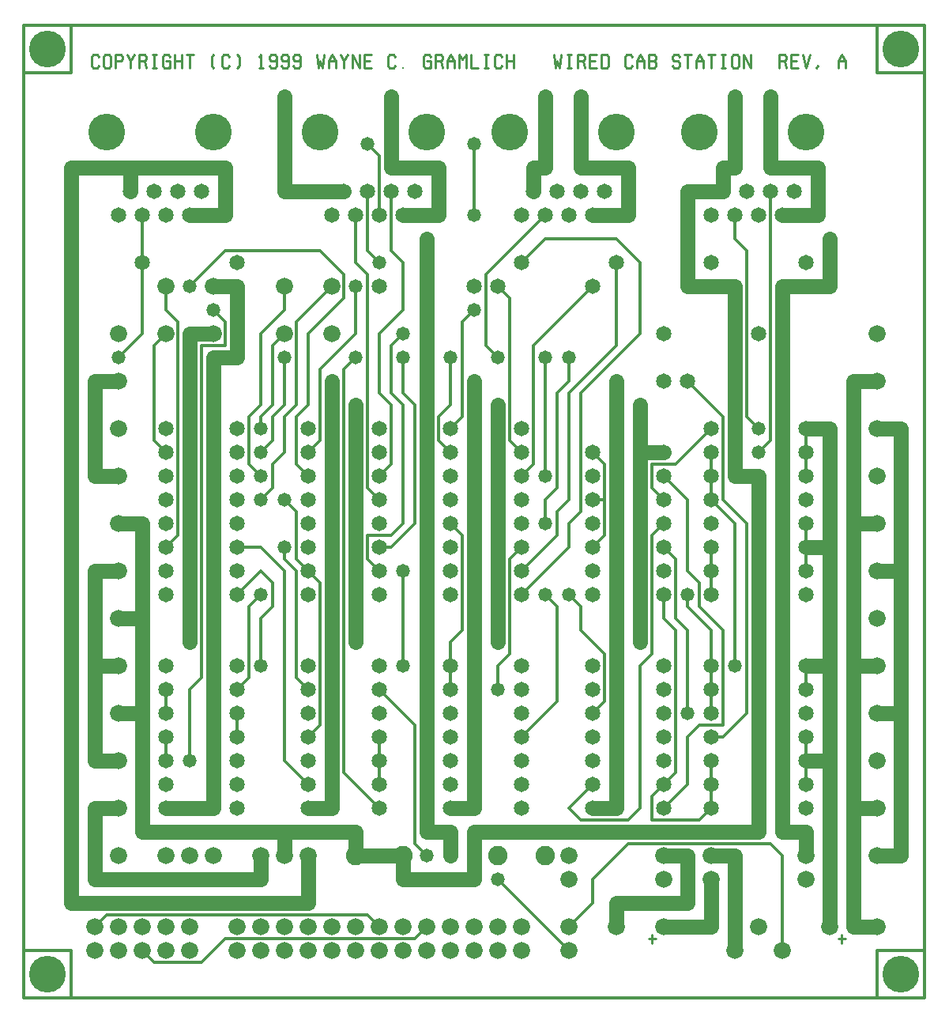
<source format=gtl>
%MOIN*%
%FSLAX25Y25*%
G04 D10 used for Character Trace; *
G04     Circle (OD=.01000) (No hole)*
G04 D11 used for Power Trace; *
G04     Circle (OD=.06400) (No hole)*
G04 D12 used for Signal Trace; *
G04     Circle (OD=.01200) (No hole)*
G04 D13 used for Via; *
G04     Circle (OD=.05800) (Round. Hole ID=.02000)*
G04 D14 used for Component hole; *
G04     Circle (OD=.06500) (Round. Hole ID=.02700)*
G04 D15 used for Component hole; *
G04     Circle (OD=.07200) (Round. Hole ID=.03400)*
G04 D16 used for Component hole; *
G04     Circle (OD=.08200) (Round. Hole ID=.04400)*
G04 D17 used for Component hole; *
G04     Circle (OD=.08950) (Round. Hole ID=.05150)*
G04 D18 used for Component hole; *
G04     Circle (OD=.11600) (Round. Hole ID=.07800)*
G04 D19 used for Component hole; *
G04     Circle (OD=.15500) (Round. Hole ID=.11700)*
G04 D20 used for Component hole; *
G04     Circle (OD=.18200) (Round. Hole ID=.14400)*
G04 D21 used for Component hole; *
G04     Circle (OD=.24300) (Round. Hole ID=.20500)*
%ADD10C,.01000*%
%ADD11C,.06400*%
%ADD12C,.01200*%
%ADD13C,.05800*%
%ADD14C,.06500*%
%ADD15C,.07200*%
%ADD16C,.08200*%
%ADD17C,.08950*%
%ADD18C,.11600*%
%ADD19C,.15500*%
%ADD20C,.18200*%
%ADD21C,.24300*%
%IPPOS*%
%LPD*%
G90*X0Y0D02*D19*X10000Y10000D03*D12*X20000Y0D02*  
Y20000D01*X0Y0D02*X20000D01*X0D02*Y20000D01*      
X20000D01*D15*X30000Y30000D03*D12*X35000Y35000D01*
X145000D01*X150000Y30000D01*D15*D03*              
X160000Y20000D03*X140000D03*X160000Y30000D03*     
X140000D03*X150000Y20000D03*D12*X85000Y25000D02*  
X165000D01*X75000Y15000D02*X85000Y25000D01*       
X55000Y15000D02*X75000D01*X55000D02*              
X50000Y20000D01*D15*D03*X60000Y30000D03*X40000D03*
X60000Y20000D03*X50000Y30000D03*X40000Y20000D03*  
X70000D03*X30000D03*X70000Y30000D03*D11*          
X20000Y40000D02*X120000D01*Y60000D01*D15*D03*D11* 
X110000D02*Y70000D01*D15*Y60000D03*D11*           
X30000Y50000D02*X100000D01*X30000D02*Y80000D01*   
X40000D01*D15*D03*D11*X50000Y70000D02*X110000D01* 
X140000D01*Y60000D01*D16*D03*D11*X160000D01*D16*  
D03*D11*Y50000D01*X190000D01*Y70000D01*X310000D01*
Y220000D01*X300000D01*Y300000D01*X280000D01*      
Y340000D01*X295000D01*D14*D03*D11*Y350000D01*     
X300000D01*Y380000D01*D13*D03*D19*                
X285000Y365000D03*D13*X315000Y380000D03*D11*      
Y350000D01*X335000D01*Y330000D01*X320000D01*D14*  
D03*X325000Y340000D03*X310000Y330000D03*          
X315000Y340000D03*D12*Y235000D01*                 
X310000Y230000D01*D13*D03*Y240000D03*D12*         
X305000Y245000D01*Y315000D01*X300000Y320000D01*   
Y330000D01*D14*D03*X305000Y340000D03*             
X290000Y330000D03*Y310000D03*X330000D03*D11*      
X320000Y70000D02*Y300000D01*Y70000D02*X330000D01* 
Y60000D01*D15*D03*D12*X320000Y20000D02*Y60000D01* 
D15*Y20000D03*X310000Y30000D03*X300000Y20000D03*  
D11*Y60000D01*X290000D01*D15*D03*D11*             
X280000Y40000D02*Y60000D01*X250000Y40000D02*      
X280000D01*X250000Y30000D02*Y40000D01*D15*        
Y30000D03*D12*X230000D02*X240000Y40000D01*D15*    
X230000Y30000D03*D12*X240000Y40000D02*Y50000D01*  
X255000Y65000D01*X315000D01*X320000Y60000D01*D15* 
X330000Y50000D03*D14*Y80000D03*D11*               
X350000Y30000D02*X360000D01*D15*D03*D11*          
X350000D02*Y80000D01*X360000D01*D15*D03*D11*      
X350000D02*Y140000D01*X360000D01*D15*D03*D11*     
X350000D02*Y160000D01*D13*D03*D11*Y200000D01*     
X360000D01*D15*D03*D11*X350000D02*Y260000D01*     
X360000D01*D15*D03*D11*X340000Y190000D02*         
Y240000D01*Y140000D02*Y190000D01*Y100000D02*      
Y140000D01*Y30000D02*Y100000D01*D15*Y30000D03*D10*
X343400Y25000D02*X346600D01*X345000Y26828D02*     
Y23172D01*D12*X360000Y0D02*Y20000D01*X20000Y0D02* 
X360000D01*X0Y20000D02*Y390000D01*X20000D01*      
Y410000D01*X0D01*Y390000D01*D19*X10000Y400000D03* 
D12*X20000Y410000D02*X360000D01*Y390000D01*       
X380000D01*Y20000D01*Y0D01*X360000D01*D19*        
X370000Y10000D03*D12*X360000Y20000D02*X380000D01* 
D11*X360000Y60000D02*X370000D01*D15*X360000D03*   
D11*X370000D02*Y120000D01*X360000D01*D15*D03*D11* 
X370000D02*Y180000D01*X360000D01*D15*D03*D11*     
X370000D02*Y240000D01*X360000D01*D15*D03*D11*     
X330000D02*X340000D01*D14*X330000D03*D12*         
Y230000D01*D14*D03*D12*Y220000D01*D14*D03*        
Y210000D03*Y200000D03*D12*Y190000D01*D14*D03*D12* 
Y180000D01*D14*D03*D11*Y190000D02*X340000D01*D14* 
X330000Y170000D03*D12*X305000Y120000D02*          
Y200000D01*X295000Y110000D02*X305000Y120000D01*   
X290000Y110000D02*X295000D01*D14*X290000D03*D12*  
X285000Y115000D02*X295000D01*X280000Y110000D02*   
X285000Y115000D01*X280000Y90000D02*Y110000D01*    
X270000Y80000D02*X280000Y90000D01*D14*            
X270000Y80000D03*D12*X265000Y75000D02*Y85000D01*  
Y75000D02*X285000D01*X290000Y80000D01*D14*D03*D12*
Y90000D01*D14*D03*D12*Y100000D01*D14*D03*D12*     
X295000Y115000D02*Y155000D01*X285000Y165000D01*   
Y175000D01*X280000Y180000D01*Y210000D01*          
X270000Y220000D01*D14*D03*D12*X265000Y225000D02*  
X275000D01*X265000Y215000D02*Y225000D01*          
X270000Y210000D02*X265000Y215000D01*D14*          
X270000Y210000D03*Y200000D03*D12*                 
X265000Y195000D01*Y145000D01*X260000Y140000D01*   
Y80000D01*X255000Y75000D01*X235000D01*            
X230000Y80000D01*X240000Y90000D01*D14*D03*D11*    
Y80000D02*X250000D01*D14*X240000D03*D11*          
X250000D02*Y160000D01*D13*D03*D11*Y260000D01*D13* 
D03*X260000Y250000D03*D11*Y230000D01*Y150000D01*  
D13*D03*D14*X270000Y140000D03*D12*                
X275000Y155000D02*X270000Y160000D01*              
X275000Y95000D02*Y155000D01*X270000Y90000D02*     
X275000Y95000D01*D14*X270000Y90000D03*D12*        
X265000Y85000D01*D14*X270000Y100000D03*           
X240000Y110000D03*Y100000D03*X270000Y110000D03*   
D15*Y60000D03*D11*X280000D01*D15*X290000Y50000D03*
D11*Y30000D01*X270000D01*D15*D03*D10*             
X263400Y25000D02*X266600D01*X265000Y26828D02*     
Y23172D01*D15*X270000Y50000D03*X230000Y60000D03*  
Y50000D03*Y20000D03*D12*X200000Y50000D01*D13*D03* 
D16*Y60000D03*D11*X180000D02*Y70000D01*D13*       
Y60000D03*D11*X170000Y70000D02*X180000D01*        
Y80000D02*X190000D01*D14*X180000D03*D11*          
X170000Y70000D02*Y320000D01*D13*D03*D14*          
X160000Y330000D03*D11*X175000D01*Y350000D01*      
X155000D01*Y380000D01*D13*D03*D19*                
X170000Y365000D03*D13*X145000Y360000D03*D12*      
X150000Y355000D01*Y330000D01*D14*D03*             
X155000Y340000D03*D12*Y315000D01*                 
X160000Y310000D01*Y290000D01*X150000Y280000D01*   
Y255000D01*X155000Y250000D01*Y225000D01*          
X150000Y220000D01*D14*D03*D12*Y210000D02*         
X145000Y215000D01*D14*X150000Y210000D03*D12*      
X145000Y215000D02*Y305000D01*X140000Y310000D01*   
Y330000D01*D14*D03*X145000Y340000D03*D12*         
Y315000D01*X150000Y310000D01*D13*D03*             
X140000Y300000D03*D12*Y280000D01*                 
X125000Y265000D01*Y235000D01*X120000Y230000D01*   
D14*D03*D12*Y220000D02*X115000Y225000D01*D14*     
X120000Y220000D03*D12*X115000Y225000D02*          
Y245000D01*X120000Y250000D01*Y280000D01*          
X135000Y295000D01*Y305000D01*X125000Y315000D01*   
X85000D01*X70000Y300000D01*D13*D03*               
X80000Y290000D03*D12*X85000Y285000D01*Y275000D01* 
X75000D01*Y135000D01*X70000Y130000D01*Y100000D01* 
D13*D03*D14*X60000Y110000D03*D12*Y100000D01*D14*  
D03*Y90000D03*D11*Y80000D02*X80000D01*D14*        
X60000D03*D11*X50000Y70000D02*Y120000D01*         
X40000D01*D15*D03*D11*X50000D02*Y160000D01*       
X40000D01*D15*D03*D11*X50000D02*Y200000D01*       
X40000D01*D15*D03*D14*X60000Y180000D03*Y220000D03*
Y190000D03*D12*X65000Y195000D01*Y285000D01*       
X60000Y290000D01*Y300000D01*D15*D03*D14*          
X50000Y310000D03*D12*Y280000D01*X40000Y270000D01* 
D13*D03*D11*X30000Y220000D02*Y260000D01*          
Y220000D02*X40000D01*D15*D03*D12*X60000Y230000D02*
X55000Y235000D01*D14*X60000Y230000D03*D12*        
X55000Y235000D02*Y275000D01*X60000Y280000D01*D15* 
D03*D11*X70000Y250000D02*Y280000D01*D13*          
Y250000D03*D11*Y150000D01*D13*D03*                
X80000Y160000D03*D11*Y80000D01*D14*               
X90000Y90000D03*Y80000D03*D15*X100000Y60000D03*   
D11*Y50000D01*D15*X120000Y30000D03*               
X80000Y60000D03*X90000Y30000D03*X100000D03*       
X110000D03*X130000Y20000D03*D11*X120000Y80000D02* 
X130000D01*D14*X120000D03*D11*X130000D02*         
Y160000D01*D13*D03*D11*Y190000D01*D13*D03*D11*    
Y260000D01*D13*D03*D12*X135000Y95000D02*          
Y265000D01*X150000Y80000D02*X135000Y95000D01*D14* 
X150000Y80000D03*Y90000D03*D12*Y100000D01*D14*D03*
D12*Y110000D01*D14*D03*Y120000D03*D12*            
X165000Y65000D02*Y115000D01*X170000Y60000D02*     
X165000Y65000D01*D13*X170000Y60000D03*D11*        
X190000Y80000D02*Y160000D01*D13*D03*D11*          
Y185000D01*D13*D03*D11*Y260000D01*D13*D03*        
X200000Y250000D03*D11*Y230000D01*D13*D03*D11*     
Y150000D01*D13*D03*D12*Y140000D02*                
X205000Y145000D01*X200000Y130000D02*Y140000D01*   
D13*Y130000D03*D14*X210000Y120000D03*Y140000D03*  
Y130000D03*D12*X205000Y145000D02*Y185000D01*      
X210000Y190000D01*D14*D03*D13*X220000Y200000D03*  
D12*Y210000D01*X225000Y215000D01*Y255000D01*      
X230000Y260000D01*Y270000D01*D13*D03*X220000D03*  
D12*Y220000D01*D13*D03*D12*X210000D02*            
X215000Y225000D01*D14*X210000Y220000D03*D12*      
X215000Y225000D02*Y275000D01*X240000Y300000D01*   
D14*D03*X250000Y310000D03*D12*Y275000D01*         
X230000Y255000D01*Y210000D01*X225000Y205000D01*   
Y195000D01*X210000Y180000D01*D14*D03*D13*         
X220000Y170000D03*D12*X225000Y165000D01*          
Y125000D01*X210000Y110000D01*D14*D03*Y100000D03*  
Y90000D03*X240000Y140000D03*X180000D03*D12*       
Y130000D01*D14*D03*D12*Y140000D02*Y150000D01*     
X185000Y155000D01*Y195000D01*X180000Y200000D01*   
D14*D03*Y210000D03*Y190000D03*D12*X155000D02*     
X165000Y200000D01*X150000Y190000D02*X155000D01*   
D14*X150000D03*D12*X145000Y195000D02*X155000D01*  
X145000Y185000D02*Y195000D01*X150000Y180000D02*   
X145000Y185000D01*D14*X150000Y180000D03*D13*      
X160000D03*D12*Y140000D01*D13*D03*D14*            
X150000Y130000D03*D12*X165000Y115000D01*D14*      
X180000Y100000D03*Y110000D03*Y120000D03*          
X150000Y140000D03*X180000Y90000D03*D13*           
X140000Y150000D03*D11*Y220000D01*D13*D03*D11*     
Y250000D01*D13*D03*D14*X150000Y240000D03*D12*     
X160000Y250000D02*X155000Y255000D01*              
X160000Y200000D02*Y250000D01*X155000Y195000D02*   
X160000Y200000D01*D14*X150000D03*D12*X165000D02*  
Y250000D01*X160000Y255000D01*Y270000D01*D13*D03*  
D12*X155000Y255000D02*Y275000D01*D13*             
X140000Y270000D03*D12*X135000Y265000D01*D15*      
X130000Y280000D03*D12*X115000Y250000D02*          
Y285000D01*X110000Y245000D02*X115000Y250000D01*   
X110000Y230000D02*Y245000D01*X105000Y225000D02*   
X110000Y230000D01*X105000Y215000D02*Y225000D01*   
X100000Y210000D02*X105000Y215000D01*D13*          
X100000Y210000D03*D14*X90000Y220000D03*Y200000D03*
D13*X110000Y210000D03*D12*X115000Y205000D01*      
Y185000D01*X120000Y180000D01*D14*D03*D12*         
X125000Y175000D01*Y115000D01*X120000Y110000D01*   
D14*D03*D12*Y90000D02*X110000Y100000D01*D14*      
X120000Y90000D03*D12*X110000Y100000D02*Y180000D01*
X100000Y190000D01*X90000D01*D14*D03*D12*          
Y170000D02*X100000Y180000D01*D14*X90000Y170000D03*
D12*X95000Y135000D02*Y165000D01*X90000Y130000D02* 
X95000Y135000D01*D14*X90000Y130000D03*D13*        
X100000Y140000D03*D12*Y160000D01*                 
X105000Y165000D01*Y175000D01*X100000Y180000D01*   
D13*X110000Y190000D03*D12*Y185000D01*             
X115000Y180000D01*Y135000D01*X120000Y130000D01*   
D14*D03*Y140000D03*Y120000D03*X90000Y100000D03*   
Y140000D03*X120000Y100000D03*X90000Y120000D03*D12*
Y110000D01*D14*D03*X60000Y140000D03*Y130000D03*   
D12*Y120000D01*D14*D03*D15*X40000Y140000D03*D11*  
X30000D01*Y100000D01*X40000D01*D15*D03*Y60000D03* 
D11*X30000Y140000D02*Y180000D01*X40000D01*D15*D03*
D14*X60000Y200000D03*Y170000D03*Y210000D03*D11*   
X80000Y160000D02*Y180000D01*D13*D03*D11*          
Y230000D01*D13*D03*D11*Y260000D01*D13*D03*D11*    
Y270000D01*X90000D01*Y300000D01*X80000D01*D15*D03*
D14*X90000Y310000D03*D12*X100000Y250000D02*       
Y280000D01*X95000Y245000D02*X100000Y250000D01*    
X95000Y225000D02*Y245000D01*X100000Y220000D02*    
X95000Y225000D01*D13*X100000Y220000D03*D14*       
X90000Y230000D03*Y210000D03*D13*X100000Y230000D03*
D12*X105000Y235000D01*Y245000D01*                 
X110000Y250000D01*Y270000D01*D13*D03*D12*         
X105000Y250000D02*Y275000D01*X100000Y245000D02*   
X105000Y250000D01*X100000Y240000D02*Y245000D01*   
D13*Y240000D03*D14*X90000D03*X120000D03*          
Y210000D03*D12*X105000Y275000D02*                 
X110000Y280000D01*D15*D03*D12*X115000Y285000D02*  
X130000Y300000D01*D15*D03*D14*X150000D03*D15*     
X110000D03*D12*Y290000D01*X100000Y280000D01*D15*  
X80000D03*D11*X70000D01*D15*X40000D03*D12*        
X50000Y310000D02*Y330000D01*D14*D03*              
X55000Y340000D03*X60000Y330000D03*X40000D03*      
X45000Y340000D03*D11*Y350000D01*X20000D01*        
Y40000D01*D15*X60000Y60000D03*X70000D03*          
X90000Y20000D03*X100000D03*X110000D03*X120000D03* 
X130000Y30000D03*D12*X95000Y165000D02*            
X100000Y170000D01*D13*D03*D14*X90000Y180000D03*   
X120000Y190000D03*Y170000D03*Y200000D03*          
X150000Y170000D03*Y230000D03*X60000Y240000D03*D15*
X40000D03*D12*X175000Y235000D02*Y245000D01*       
X180000Y230000D02*X175000Y235000D01*D14*          
X180000Y230000D03*Y240000D03*D12*                 
X185000Y245000D01*Y285000D01*X190000Y290000D01*   
D13*D03*D14*X200000Y300000D03*D12*                
X205000Y295000D01*Y235000D01*X210000Y230000D01*   
D14*D03*Y240000D03*Y210000D03*D12*                
X230000Y200000D02*X235000Y205000D01*              
X230000Y190000D02*Y200000D01*X210000Y170000D02*   
X230000Y190000D01*D14*X210000Y170000D03*D13*      
X230000D03*D12*X235000Y165000D01*Y155000D01*      
X245000Y145000D01*Y125000D01*X240000Y120000D01*   
D14*D03*Y130000D03*X270000Y120000D03*Y130000D03*  
D12*X280000Y155000D02*X275000Y160000D01*          
X280000Y120000D02*Y155000D01*D13*Y120000D03*D14*  
X290000Y130000D03*D12*Y120000D01*D14*D03*D12*     
Y130000D02*Y140000D01*D14*D03*D12*Y155000D01*     
X280000Y165000D01*Y170000D01*D13*D03*D14*         
X290000Y180000D03*D12*Y170000D01*D14*D03*D12*     
Y180000D02*Y190000D01*D14*D03*D12*                
X300000Y140000D02*Y200000D01*D13*Y140000D03*D12*  
X275000Y160000D02*Y185000D01*X270000Y190000D01*   
D14*D03*Y180000D03*X290000Y210000D03*D12*         
X300000Y200000D01*X305000D02*X295000Y210000D01*   
Y245000D01*X280000Y260000D01*D14*D03*X270000D03*  
D12*X235000Y255000D02*X260000Y280000D01*          
X235000Y205000D02*Y255000D01*D14*                 
X240000Y200000D03*Y210000D03*D12*X245000D01*      
Y195000D01*X240000Y190000D01*D14*D03*Y180000D03*  
D12*X245000Y210000D02*Y225000D01*                 
X240000Y230000D01*D14*D03*Y220000D03*D11*         
X260000Y230000D02*X270000D01*D14*D03*D12*         
X275000Y225000D02*X290000Y240000D01*D14*D03*      
Y230000D03*D12*Y220000D01*D14*D03*D12*Y210000D01* 
D14*Y200000D03*X270000Y170000D03*D12*Y160000D01*  
D14*X240000Y170000D03*X330000Y100000D03*D12*      
Y90000D01*D14*D03*D11*Y100000D02*X340000D01*D12*  
X330000D02*Y110000D01*D14*D03*Y120000D03*         
Y130000D03*D12*Y140000D01*D14*D03*D11*X340000D01* 
D15*X360000Y160000D03*Y100000D03*Y220000D03*D16*  
X220000Y60000D03*D14*X210000Y200000D03*Y80000D03* 
D15*Y30000D03*Y20000D03*D13*X200000Y270000D03*D12*
X195000Y275000D01*Y305000D01*X220000Y330000D01*   
D14*D03*X225000Y340000D03*X230000Y330000D03*      
X210000D03*D12*Y310000D02*X220000Y320000D01*D14*  
X210000Y310000D03*D12*X220000Y320000D02*          
X250000D01*X260000Y310000D01*Y280000D01*D14*      
X270000D03*X310000D03*D11*X240000Y330000D02*      
X255000D01*D14*X240000D03*X245000Y340000D03*      
X235000D03*D11*X255000Y330000D02*Y350000D01*      
X235000D01*Y380000D01*D13*D03*D19*                
X250000Y365000D03*D13*X220000Y380000D03*D11*      
Y350000D01*X215000D01*Y340000D01*D14*D03*D13*     
X190000Y360000D03*D12*Y330000D01*D13*D03*D14*     
X165000Y340000D03*X190000Y300000D03*D19*          
X205000Y365000D03*D13*X160000Y280000D03*D12*      
X155000Y275000D01*X175000Y245000D02*              
X180000Y250000D01*Y270000D01*D13*D03*D14*         
Y220000D03*X130000Y330000D03*D11*                 
X110000Y340000D02*X135000D01*D14*D03*D11*         
X110000D02*Y380000D01*D13*D03*D19*                
X125000Y365000D03*D11*X85000Y330000D02*Y350000D01*
X70000Y330000D02*X85000D01*D14*X70000D03*         
X75000Y340000D03*X65000D03*D11*X45000Y350000D02*  
X85000D01*D19*X35000Y365000D03*X80000D03*D10*     
X31600Y393172D02*X30800Y392258D01*X29200D01*      
X28400Y393172D01*Y396828D01*X29200Y397742D01*     
X30800D01*X31600Y396828D01*X36600Y393172D02*      
X35800Y392258D01*X34200D01*X33400Y393172D01*      
Y396828D01*X34200Y397742D01*X35800D01*            
X36600Y396828D01*Y393172D01*X38400Y392258D02*     
Y397742D01*X40800D01*X41600Y396828D01*Y395914D01* 
X40800Y395000D01*X38400D01*X43400Y397742D02*      
X45000Y395000D01*X46600Y397742D01*                
X45000Y395000D02*Y392258D01*X48400D02*Y397742D01* 
X50800D01*X51600Y396828D01*Y395914D01*            
X50800Y395000D01*X48400D01*X50800D02*             
X51600Y392258D01*X55000D02*Y397742D01*            
X54200Y392258D02*X55800D01*X54200Y397742D02*      
X55800D01*X61600Y393172D02*X60800Y392258D01*      
X59200D01*X58400Y393172D01*Y396828D01*            
X59200Y397742D01*X60800D01*X61600Y396828D01*      
X60000Y395000D02*X61600D01*Y392258D01*X63400D02*  
Y397742D01*X66600Y392258D02*Y397742D01*           
X63400Y395000D02*X66600D01*X70000Y392258D02*      
Y397742D01*X68400D02*X71600D01*X80000D02*         
X79200Y396828D01*Y393172D01*X80000Y392258D01*     
X86600Y393172D02*X85800Y392258D01*X84200D01*      
X83400Y393172D01*Y396828D01*X84200Y397742D01*     
X85800D01*X86600Y396828D01*X90000Y397742D02*      
X90800Y396828D01*Y393172D01*X90000Y392258D01*     
X99200Y396828D02*X100000Y397742D01*Y392258D01*    
X99200D02*X100800D01*X106600Y395914D02*           
X105800Y395000D01*X104200D01*X103400Y395914D01*   
Y396828D01*X104200Y397742D01*X105800D01*          
X106600Y396828D01*Y393172D01*X105800Y392258D01*   
X104200D01*X103400Y393172D01*X111600Y395914D02*   
X110800Y395000D01*X109200D01*X108400Y395914D01*   
Y396828D01*X109200Y397742D01*X110800D01*          
X111600Y396828D01*Y393172D01*X110800Y392258D01*   
X109200D01*X108400Y393172D01*X116600Y395914D02*   
X115800Y395000D01*X114200D01*X113400Y395914D01*   
Y396828D01*X114200Y397742D01*X115800D01*          
X116600Y396828D01*Y393172D01*X115800Y392258D01*   
X114200D01*X113400Y393172D01*X123400Y397742D02*   
X124200Y392258D01*X125000Y395000D01*              
X125800Y392258D01*X126600Y397742D01*              
X128400Y392258D02*Y395000D01*X130000Y397742D01*   
X131600Y395000D01*Y392258D01*X128400Y395000D02*   
X131600D01*X133400Y397742D02*X135000Y395000D01*   
X136600Y397742D01*X135000Y395000D02*Y392258D01*   
X138400D02*Y397742D01*X141600Y392258D01*          
Y397742D01*X146600Y392258D02*X143400D01*          
Y397742D01*X146600D01*X143400Y395000D02*          
X145800D01*X156600Y393172D02*X155800Y392258D01*   
X154200D01*X153400Y393172D01*Y396828D01*          
X154200Y397742D01*X155800D01*X156600Y396828D01*   
X160000Y392258D03*X171600Y393172D02*              
X170800Y392258D01*X169200D01*X168400Y393172D01*   
Y396828D01*X169200Y397742D01*X170800D01*          
X171600Y396828D01*X170000Y395000D02*X171600D01*   
Y392258D01*X173400D02*Y397742D01*X175800D01*      
X176600Y396828D01*Y395914D01*X175800Y395000D01*   
X173400D01*X175800D02*X176600Y392258D01*          
X178400D02*Y395000D01*X180000Y397742D01*          
X181600Y395000D01*Y392258D01*X178400Y395000D02*   
X181600D01*X183400Y392258D02*Y397742D01*          
X185000Y395914D01*X186600Y397742D01*Y392258D01*   
X188400Y397742D02*Y392258D01*X191600D01*          
X195000D02*Y397742D01*X194200Y392258D02*          
X195800D01*X194200Y397742D02*X195800D01*          
X201600Y393172D02*X200800Y392258D01*X199200D01*   
X198400Y393172D01*Y396828D01*X199200Y397742D01*   
X200800D01*X201600Y396828D01*X203400Y392258D02*   
Y397742D01*X206600Y392258D02*Y397742D01*          
X203400Y395000D02*X206600D01*D11*X30000Y260000D02*
X40000D01*D15*D03*D14*X180000Y170000D03*          
Y180000D03*D10*X223400Y397742D02*                 
X224200Y392258D01*X225000Y395000D01*              
X225800Y392258D01*X226600Y397742D01*              
X230000Y392258D02*Y397742D01*X229200Y392258D02*   
X230800D01*X229200Y397742D02*X230800D01*          
X233400Y392258D02*Y397742D01*X235800D01*          
X236600Y396828D01*Y395914D01*X235800Y395000D01*   
X233400D01*X235800D02*X236600Y392258D01*          
X241600D02*X238400D01*Y397742D01*X241600D01*      
X238400Y395000D02*X240800D01*X243400Y392258D02*   
Y397742D01*X245800D01*X246600Y396828D01*          
Y393172D01*X245800Y392258D01*X243400D01*          
X256600Y393172D02*X255800Y392258D01*X254200D01*   
X253400Y393172D01*Y396828D01*X254200Y397742D01*   
X255800D01*X256600Y396828D01*X258400Y392258D02*   
Y395000D01*X260000Y397742D01*X261600Y395000D01*   
Y392258D01*X258400Y395000D02*X261600D01*          
X263400Y392258D02*Y397742D01*X265800D01*          
X266600Y396828D01*Y395914D01*X265800Y395000D01*   
X266600Y394086D01*Y393172D01*X265800Y392258D01*   
X263400D01*Y395000D02*X265800D01*                 
X276600Y396828D02*X275800Y397742D01*X274200D01*   
X273400Y396828D01*Y395914D01*X274200Y395000D01*   
X275800D01*X276600Y394086D01*Y393172D01*          
X275800Y392258D01*X274200D01*X273400Y393172D01*   
X280000Y392258D02*Y397742D01*X278400D02*          
X281600D01*X283400Y392258D02*Y395000D01*          
X285000Y397742D01*X286600Y395000D01*Y392258D01*   
X283400Y395000D02*X286600D01*X290000Y392258D02*   
Y397742D01*X288400D02*X291600D01*                 
X295000Y392258D02*Y397742D01*X294200Y392258D02*   
X295800D01*X294200Y397742D02*X295800D01*          
X301600Y393172D02*X300800Y392258D01*X299200D01*   
X298400Y393172D01*Y396828D01*X299200Y397742D01*   
X300800D01*X301600Y396828D01*Y393172D01*          
X303400Y392258D02*Y397742D01*X306600Y392258D01*   
Y397742D01*D15*X170000Y30000D03*D12*              
X165000Y25000D01*D15*X170000Y20000D03*X180000D03* 
Y30000D03*X190000Y20000D03*Y30000D03*             
X200000Y20000D03*Y30000D03*X360000Y280000D03*D11* 
X320000Y300000D02*X340000D01*D13*Y320000D03*D11*  
Y300000D01*D19*X330000Y365000D03*D12*             
X380000Y390000D02*Y410000D01*X360000D01*D19*      
X370000Y400000D03*D10*X318400Y392258D02*          
Y397742D01*X320800D01*X321600Y396828D01*          
Y395914D01*X320800Y395000D01*X318400D01*          
X320800D02*X321600Y392258D01*X326600D02*          
X323400D01*Y397742D01*X326600D01*                 
X323400Y395000D02*X325800D01*X328400Y397742D02*   
X330000Y392258D01*X331600Y397742D01*              
X335000Y393172D02*X334200Y392258D01*X343400D02*   
Y395000D01*X345000Y397742D01*X346600Y395000D01*   
Y392258D01*X343400Y395000D02*X346600D01*M02*      

</source>
